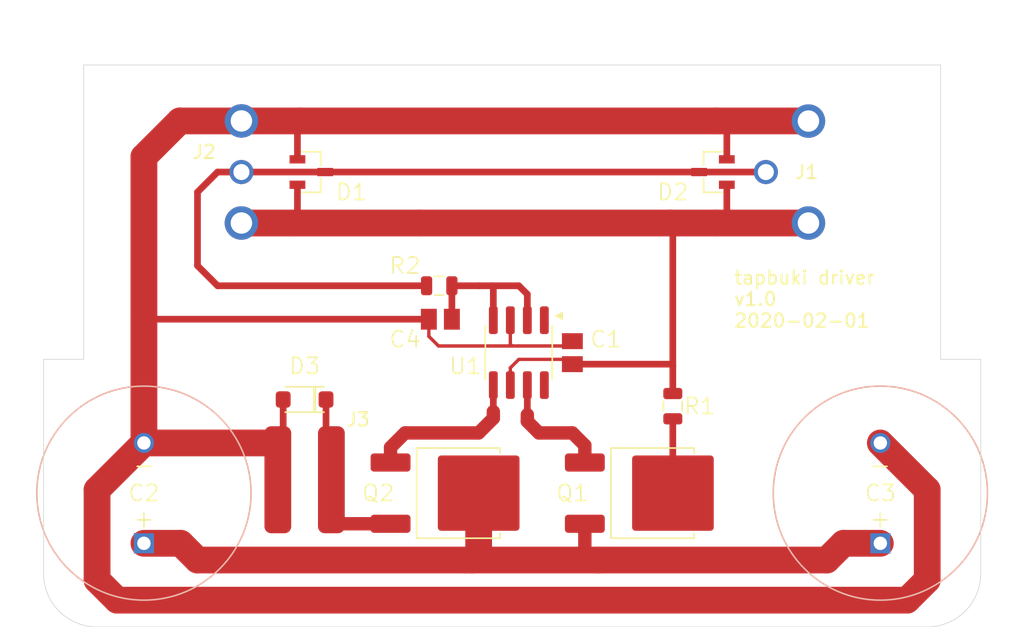
<source format=kicad_pcb>
(kicad_pcb (version 20171130) (host pcbnew "(5.1.4)-1")

  (general
    (thickness 1.6)
    (drawings 17)
    (tracks 95)
    (zones 0)
    (modules 15)
    (nets 11)
  )

  (page A4)
  (layers
    (0 F.Cu signal)
    (31 B.Cu signal)
    (32 B.Adhes user)
    (33 F.Adhes user)
    (34 B.Paste user)
    (35 F.Paste user)
    (36 B.SilkS user)
    (37 F.SilkS user)
    (38 B.Mask user)
    (39 F.Mask user)
    (40 Dwgs.User user)
    (41 Cmts.User user)
    (42 Eco1.User user hide)
    (43 Eco2.User user hide)
    (44 Edge.Cuts user)
    (45 Margin user)
    (46 B.CrtYd user hide)
    (47 F.CrtYd user hide)
    (48 B.Fab user hide)
    (49 F.Fab user hide)
  )

  (setup
    (last_trace_width 0.25)
    (user_trace_width 0.25)
    (user_trace_width 0.5)
    (user_trace_width 1)
    (user_trace_width 2)
    (user_trace_width 3)
    (user_trace_width 4)
    (trace_clearance 0.2)
    (zone_clearance 0.508)
    (zone_45_only no)
    (trace_min 0.2)
    (via_size 0.8)
    (via_drill 0.4)
    (via_min_size 0.4)
    (via_min_drill 0.3)
    (uvia_size 0.3)
    (uvia_drill 0.1)
    (uvias_allowed no)
    (uvia_min_size 0.2)
    (uvia_min_drill 0.1)
    (edge_width 0.05)
    (segment_width 0.2)
    (pcb_text_width 0.3)
    (pcb_text_size 1.5 1.5)
    (mod_edge_width 0.12)
    (mod_text_size 1 1)
    (mod_text_width 0.15)
    (pad_size 1.524 1.524)
    (pad_drill 0.762)
    (pad_to_mask_clearance 0.051)
    (solder_mask_min_width 0.25)
    (aux_axis_origin 100 50)
    (grid_origin 100 50)
    (visible_elements 7FFFFFFF)
    (pcbplotparams
      (layerselection 0x010fc_ffffffff)
      (usegerberextensions false)
      (usegerberattributes false)
      (usegerberadvancedattributes false)
      (creategerberjobfile false)
      (excludeedgelayer true)
      (linewidth 0.150000)
      (plotframeref false)
      (viasonmask false)
      (mode 1)
      (useauxorigin false)
      (hpglpennumber 1)
      (hpglpenspeed 20)
      (hpglpendiameter 15.000000)
      (psnegative false)
      (psa4output false)
      (plotreference true)
      (plotvalue true)
      (plotinvisibletext false)
      (padsonsilk false)
      (subtractmaskfromsilk false)
      (outputformat 1)
      (mirror false)
      (drillshape 1)
      (scaleselection 1)
      (outputdirectory ""))
  )

  (net 0 "")
  (net 1 GND)
  (net 2 +5VD)
  (net 3 "Net-(C2-Pad1)")
  (net 4 "Net-(D1-Pad3)")
  (net 5 "Net-(D3-PadC)")
  (net 6 "Net-(Q1-Pad3)")
  (net 7 "Net-(Q1-Pad1)")
  (net 8 "Net-(Q2-Pad1)")
  (net 9 "Net-(U1-Pad1)")
  (net 10 "Net-(C4-Pad2)")

  (net_class Default "This is the default net class."
    (clearance 0.2)
    (trace_width 0.25)
    (via_dia 0.8)
    (via_drill 0.4)
    (uvia_dia 0.3)
    (uvia_drill 0.1)
    (add_net +5VD)
    (add_net GND)
    (add_net "Net-(C2-Pad1)")
    (add_net "Net-(C4-Pad2)")
    (add_net "Net-(D1-Pad3)")
    (add_net "Net-(D3-PadC)")
    (add_net "Net-(Q1-Pad1)")
    (add_net "Net-(Q1-Pad3)")
    (add_net "Net-(Q2-Pad1)")
    (add_net "Net-(U1-Pad1)")
  )

  (module Kabuki:CAP0805 (layer F.Cu) (tedit 5E34BBBE) (tstamp 5E34B803)
    (at 129.64 69)
    (descr "Capacitor, Chip; 2.00 mm L X 1.25 mm W X 2.00 mm H body")
    (path /5E377176)
    (attr smd)
    (fp_text reference C4 (at -2.64 1.5) (layer F.SilkS)
      (effects (font (size 1.2 1.2) (thickness 0.12)))
    )
    (fp_text value capcer0805 (at 0 0) (layer F.Fab)
      (effects (font (size 1.2 1.2) (thickness 0.12)))
    )
    (fp_line (start 0 -0.35) (end 0 0.35) (layer F.CrtYd) (width 0.05))
    (fp_line (start 0.35 0) (end -0.35 0) (layer F.CrtYd) (width 0.05))
    (fp_circle (center 0 0) (end 0 0.25) (layer F.CrtYd) (width 0.05))
    (fp_line (start 1.66 0.98) (end -1.66 0.98) (layer F.CrtYd) (width 0.05))
    (fp_line (start 1.66 -0.98) (end 1.66 0.98) (layer F.CrtYd) (width 0.05))
    (fp_line (start -1.66 -0.98) (end 1.66 -0.98) (layer F.CrtYd) (width 0.05))
    (fp_line (start -1.66 0.98) (end -1.66 -0.98) (layer F.CrtYd) (width 0.05))
    (fp_line (start 1.15 0.78) (end -1.15 0.78) (layer F.Fab) (width 0.12))
    (fp_line (start 1.15 -0.78) (end 1.15 0.78) (layer F.Fab) (width 0.12))
    (fp_line (start -1.15 -0.78) (end 1.15 -0.78) (layer F.Fab) (width 0.12))
    (fp_line (start -1.15 0.78) (end -1.15 -0.78) (layer F.Fab) (width 0.12))
    (fp_line (start 1 0.625) (end -1 0.625) (layer Dwgs.User) (width 0.025))
    (fp_line (start 1 -0.625) (end 1 0.625) (layer Dwgs.User) (width 0.025))
    (fp_line (start -1 -0.625) (end 1 -0.625) (layer Dwgs.User) (width 0.025))
    (fp_line (start -1 0.625) (end -1 -0.625) (layer Dwgs.User) (width 0.025))
    (fp_line (start 1 0.625) (end 0.5 0.625) (layer Dwgs.User) (width 0.025))
    (fp_line (start 1 -0.625) (end 1 0.625) (layer Dwgs.User) (width 0.025))
    (fp_line (start 0.5 -0.625) (end 1 -0.625) (layer Dwgs.User) (width 0.025))
    (fp_line (start 0.5 0.625) (end 0.5 -0.625) (layer Dwgs.User) (width 0.025))
    (fp_line (start -1 -0.625) (end -0.5 -0.625) (layer Dwgs.User) (width 0.025))
    (fp_line (start -1 0.625) (end -1 -0.625) (layer Dwgs.User) (width 0.025))
    (fp_line (start -0.5 0.625) (end -1 0.625) (layer Dwgs.User) (width 0.025))
    (fp_line (start -0.5 -0.625) (end -0.5 0.625) (layer Dwgs.User) (width 0.025))
    (fp_text user %R (at 0 0) (layer F.Fab)
      (effects (font (size 1.07 1.07) (thickness 0.11)))
    )
    (pad 2 smd rect (at 0.86 0) (size 1.19 1.56) (layers F.Cu F.Paste F.Mask)
      (net 10 "Net-(C4-Pad2)"))
    (pad 1 smd rect (at -0.86 0) (size 1.19 1.56) (layers F.Cu F.Paste F.Mask)
      (net 1 GND))
    (model ${KIPRJMOD}/Kabuki.pretty/CAP0805.STEP
      (at (xyz 0 0 0))
      (scale (xyz 1 1 1))
      (rotate (xyz -90 0 0))
    )
  )

  (module Kabuki:Solenoide (layer F.Cu) (tedit 5E34275C) (tstamp 5E34B4AB)
    (at 121.5 81 180)
    (path /5E35469F)
    (fp_text reference J3 (at -2 4.5) (layer F.SilkS)
      (effects (font (size 1 1) (thickness 0.15)))
    )
    (fp_text value Solenoide (at 0 -5.4) (layer F.Fab)
      (effects (font (size 1 1) (thickness 0.15)))
    )
    (pad 2 smd roundrect (at 4 0 180) (size 2 8) (layers F.Cu F.Paste F.Mask) (roundrect_rratio 0.25)
      (net 1 GND))
    (pad 1 smd roundrect (at 0 0 180) (size 2 8) (layers F.Cu F.Paste F.Mask) (roundrect_rratio 0.25)
      (net 5 "Net-(D3-PadC)"))
  )

  (module Kabuki:SODFL_SS1FH6 (layer F.Cu) (tedit 5E34BC2C) (tstamp 5E340A9B)
    (at 119.5 75 180)
    (descr "Diode, Small Outline Diode Flat Lead (SODFL); 2.80 mm L X 1.80 mm W X 1.08 mm H body")
    (path /5E359D58)
    (attr smd)
    (fp_text reference D3 (at 0 2.5) (layer F.SilkS)
      (effects (font (size 1.2 1.2) (thickness 0.12)))
    )
    (fp_text value SS1FH6HM3 (at 0.25 2.25) (layer F.Fab)
      (effects (font (size 1.2 1.2) (thickness 0.12)))
    )
    (fp_line (start -0.7 -0.9) (end -0.7 0.9) (layer F.SilkS) (width 0.12))
    (fp_line (start -0.8 -0.9) (end -0.8 0.9) (layer F.SilkS) (width 0.12))
    (fp_line (start -1.6 0.76) (end -1.6 1.1) (layer F.CrtYd) (width 0.05))
    (fp_line (start -2.305 0.76) (end -1.6 0.76) (layer F.CrtYd) (width 0.05))
    (fp_line (start -2.305 -0.76) (end -2.305 0.76) (layer F.CrtYd) (width 0.05))
    (fp_line (start -1.6 -0.76) (end -2.305 -0.76) (layer F.CrtYd) (width 0.05))
    (fp_line (start -1.6 -1.1) (end -1.6 -0.76) (layer F.CrtYd) (width 0.05))
    (fp_line (start 1.6 -1.1) (end -1.6 -1.1) (layer F.CrtYd) (width 0.05))
    (fp_line (start 1.6 -0.76) (end 1.6 -1.1) (layer F.CrtYd) (width 0.05))
    (fp_line (start 2.305 -0.76) (end 1.6 -0.76) (layer F.CrtYd) (width 0.05))
    (fp_line (start 2.305 0.76) (end 2.305 -0.76) (layer F.CrtYd) (width 0.05))
    (fp_line (start 1.6 0.76) (end 2.305 0.76) (layer F.CrtYd) (width 0.05))
    (fp_line (start 1.6 1.1) (end 1.6 0.76) (layer F.CrtYd) (width 0.05))
    (fp_line (start -1.6 1.1) (end 1.6 1.1) (layer F.CrtYd) (width 0.05))
    (fp_line (start 0 -0.35) (end 0 0.35) (layer F.CrtYd) (width 0.05))
    (fp_line (start 0.35 0) (end -0.35 0) (layer F.CrtYd) (width 0.05))
    (fp_circle (center 0 0) (end 0 0.25) (layer F.CrtYd) (width 0.05))
    (fp_line (start -1.45 -0.95) (end 1.45 -0.95) (layer F.SilkS) (width 0.12))
    (fp_line (start 1.45 0.95) (end -1.45 0.95) (layer F.SilkS) (width 0.12))
    (fp_line (start 1.45 0.95) (end -1.45 0.95) (layer F.Fab) (width 0.12))
    (fp_line (start 1.45 -0.95) (end 1.45 0.95) (layer F.Fab) (width 0.12))
    (fp_line (start -1.45 -0.95) (end 1.45 -0.95) (layer F.Fab) (width 0.12))
    (fp_line (start -1.45 0.95) (end -1.45 -0.95) (layer F.Fab) (width 0.12))
    (fp_line (start 1.4 0.9) (end -1.4 0.9) (layer Dwgs.User) (width 0.025))
    (fp_line (start 1.4 -0.9) (end 1.4 0.9) (layer Dwgs.User) (width 0.025))
    (fp_line (start -1.4 -0.9) (end 1.4 -0.9) (layer Dwgs.User) (width 0.025))
    (fp_line (start -1.4 0.9) (end -1.4 -0.9) (layer Dwgs.User) (width 0.025))
    (fp_line (start 1.85 0.5) (end 1.25 0.5) (layer Dwgs.User) (width 0.025))
    (fp_line (start 1.85 -0.5) (end 1.85 0.5) (layer Dwgs.User) (width 0.025))
    (fp_line (start 1.25 -0.5) (end 1.85 -0.5) (layer Dwgs.User) (width 0.025))
    (fp_line (start 1.25 0.5) (end 1.25 -0.5) (layer Dwgs.User) (width 0.025))
    (fp_line (start -1.85 -0.5) (end -1.25 -0.5) (layer Dwgs.User) (width 0.025))
    (fp_line (start -1.85 0.5) (end -1.85 -0.5) (layer Dwgs.User) (width 0.025))
    (fp_line (start -1.25 0.5) (end -1.85 0.5) (layer Dwgs.User) (width 0.025))
    (fp_line (start -1.25 -0.5) (end -1.25 0.5) (layer Dwgs.User) (width 0.025))
    (fp_text user %R (at 0 -4.25) (layer F.Fab)
      (effects (font (size 1.42 1.42) (thickness 0.14)))
    )
    (pad A smd roundrect (at 1.6 0 180) (size 1.11 1.22) (layers F.Cu F.Paste F.Mask) (roundrect_rratio 0.2252)
      (net 1 GND))
    (pad C smd roundrect (at -1.6 0 180) (size 1.11 1.22) (layers F.Cu F.Paste F.Mask) (roundrect_rratio 0.2252)
      (net 5 "Net-(D3-PadC)"))
    (model ${KIPRJMOD}/Kabuki.pretty/SODFL_SS1FH6.STEP
      (at (xyz 0 0 0))
      (scale (xyz 1 1 1))
      (rotate (xyz -90 0 0))
    )
  )

  (module Kabuki:NC3MAHR locked (layer B.Cu) (tedit 5E34BE02) (tstamp 5E340AB4)
    (at 97 58 270)
    (path /5E341BCC)
    (fp_text reference J2 (at -1.5 -15) (layer F.SilkS)
      (effects (font (size 1 1) (thickness 0.15)))
    )
    (fp_text value NC3MAHR (at 0.9 7 270) (layer B.Fab)
      (effects (font (size 1 1) (thickness 0.15)) (justify mirror))
    )
    (fp_line (start 12.7 -5.08) (end 12.7 0) (layer Dwgs.User) (width 0.12))
    (fp_line (start 6.35 0) (end 6.35 -5.08) (layer Dwgs.User) (width 0.12))
    (fp_line (start 6.35 -5.08) (end 12.7 -5.08) (layer Dwgs.User) (width 0.12))
    (fp_line (start -12.8 0) (end 12.8 0) (layer Dwgs.User) (width 0.12))
    (pad "" np_thru_hole circle (at 0 -7 270) (size 1.2 1.2) (drill 1.2) (layers *.Cu *.Mask))
    (pad "" np_thru_hole circle (at 0 -12.7 270) (size 1.2 1.2) (drill 1.2) (layers *.Cu *.Mask))
    (pad 3 thru_hole circle (at 3.81 -17.78 270) (size 2.5 2.5) (drill 1.6) (layers *.Cu *.Mask)
      (net 2 +5VD))
    (pad 2 thru_hole circle (at 0 -17.78 270) (size 1.8 1.8) (drill 1.2) (layers *.Cu *.Mask)
      (net 4 "Net-(D1-Pad3)"))
    (pad 1 thru_hole circle (at -3.82 -17.78 270) (size 2.5 2.5) (drill 1.6) (layers *.Cu *.Mask)
      (net 1 GND))
    (model ${KIPRJMOD}/Kabuki.pretty/d-nc3mahr.stp
      (offset (xyz 0 0 11))
      (scale (xyz 1 1 1))
      (rotate (xyz 0 90 -90))
    )
  )

  (module Kabuki:SOIC8P127_IX44XX (layer F.Cu) (tedit 5E34BC63) (tstamp 5E340BA7)
    (at 135.5 71.5 180)
    (descr "Small Outline IC (SOIC), 1.27 mm pitch; 8 pin, 4.90 mm L X 3.90 mm W X 1.75 mm H body")
    (path /5E33C678)
    (attr smd)
    (fp_text reference U1 (at 4 -1) (layer F.SilkS)
      (effects (font (size 1.2 1.2) (thickness 0.12)))
    )
    (fp_text value IX4428N (at 0 0) (layer F.Fab)
      (effects (font (size 1.2 1.2) (thickness 0.12)))
    )
    (fp_poly (pts (xy -2.75 2.75) (xy -3.25 2.5) (xy -3.25 3)) (layer F.SilkS) (width 0.1))
    (fp_line (start 2.435 2.2) (end 2.7 2.2) (layer F.CrtYd) (width 0.05))
    (fp_line (start 2.435 3.66) (end 2.435 2.2) (layer F.CrtYd) (width 0.05))
    (fp_line (start -2.435 3.66) (end 2.435 3.66) (layer F.CrtYd) (width 0.05))
    (fp_line (start -2.435 2.2) (end -2.435 3.66) (layer F.CrtYd) (width 0.05))
    (fp_line (start -2.7 2.2) (end -2.435 2.2) (layer F.CrtYd) (width 0.05))
    (fp_line (start -2.7 -2.2) (end -2.7 2.2) (layer F.CrtYd) (width 0.05))
    (fp_line (start -2.435 -2.2) (end -2.7 -2.2) (layer F.CrtYd) (width 0.05))
    (fp_line (start -2.435 -3.66) (end -2.435 -2.2) (layer F.CrtYd) (width 0.05))
    (fp_line (start 2.435 -3.66) (end -2.435 -3.66) (layer F.CrtYd) (width 0.05))
    (fp_line (start 2.435 -2.2) (end 2.435 -3.66) (layer F.CrtYd) (width 0.05))
    (fp_line (start 2.7 -2.2) (end 2.435 -2.2) (layer F.CrtYd) (width 0.05))
    (fp_line (start 2.7 2.2) (end 2.7 -2.2) (layer F.CrtYd) (width 0.05))
    (fp_line (start 2.5 2) (end 2.5 -2) (layer F.SilkS) (width 0.12))
    (fp_line (start -2.5 2) (end -2.5 -2) (layer F.SilkS) (width 0.12))
    (fp_line (start -0.35 0) (end 0.35 0) (layer F.CrtYd) (width 0.05))
    (fp_line (start 0 -0.35) (end 0 0.35) (layer F.CrtYd) (width 0.05))
    (fp_circle (center 0 0) (end 0 0.25) (layer F.CrtYd) (width 0.05))
    (fp_line (start 2.5 2) (end -2.5 2) (layer F.Fab) (width 0.12))
    (fp_line (start 2.5 -2) (end 2.5 2) (layer F.Fab) (width 0.12))
    (fp_line (start -2.5 -2) (end 2.5 -2) (layer F.Fab) (width 0.12))
    (fp_line (start -2.5 2) (end -2.5 -2) (layer F.Fab) (width 0.12))
    (fp_line (start 2.45 1.95) (end -2.45 1.95) (layer Dwgs.User) (width 0.025))
    (fp_line (start 2.45 -1.95) (end 2.45 1.95) (layer Dwgs.User) (width 0.025))
    (fp_line (start -2.45 -1.95) (end 2.45 -1.95) (layer Dwgs.User) (width 0.025))
    (fp_line (start -2.45 1.95) (end -2.45 -1.95) (layer Dwgs.User) (width 0.025))
    (fp_line (start -1.7 -3) (end -1.7 -2.165) (layer Dwgs.User) (width 0.025))
    (fp_line (start -2.11 -3) (end -1.7 -3) (layer Dwgs.User) (width 0.025))
    (fp_line (start -2.11 -2.165) (end -2.11 -3) (layer Dwgs.User) (width 0.025))
    (fp_line (start -1.7 -2.165) (end -2.11 -2.165) (layer Dwgs.User) (width 0.025))
    (fp_line (start -0.43 -3) (end -0.43 -2.165) (layer Dwgs.User) (width 0.025))
    (fp_line (start -0.84 -3) (end -0.43 -3) (layer Dwgs.User) (width 0.025))
    (fp_line (start -0.84 -2.165) (end -0.84 -3) (layer Dwgs.User) (width 0.025))
    (fp_line (start -0.43 -2.165) (end -0.84 -2.165) (layer Dwgs.User) (width 0.025))
    (fp_line (start 0.84 -3) (end 0.84 -2.165) (layer Dwgs.User) (width 0.025))
    (fp_line (start 0.43 -3) (end 0.84 -3) (layer Dwgs.User) (width 0.025))
    (fp_line (start 0.43 -2.165) (end 0.43 -3) (layer Dwgs.User) (width 0.025))
    (fp_line (start 0.84 -2.165) (end 0.43 -2.165) (layer Dwgs.User) (width 0.025))
    (fp_line (start 2.11 -3) (end 2.11 -2.165) (layer Dwgs.User) (width 0.025))
    (fp_line (start 1.7 -3) (end 2.11 -3) (layer Dwgs.User) (width 0.025))
    (fp_line (start 1.7 -2.165) (end 1.7 -3) (layer Dwgs.User) (width 0.025))
    (fp_line (start 2.11 -2.165) (end 1.7 -2.165) (layer Dwgs.User) (width 0.025))
    (fp_line (start 1.7 3) (end 1.7 2.165) (layer Dwgs.User) (width 0.025))
    (fp_line (start 2.11 3) (end 1.7 3) (layer Dwgs.User) (width 0.025))
    (fp_line (start 2.11 2.165) (end 2.11 3) (layer Dwgs.User) (width 0.025))
    (fp_line (start 1.7 2.165) (end 2.11 2.165) (layer Dwgs.User) (width 0.025))
    (fp_line (start 0.43 3) (end 0.43 2.165) (layer Dwgs.User) (width 0.025))
    (fp_line (start 0.84 3) (end 0.43 3) (layer Dwgs.User) (width 0.025))
    (fp_line (start 0.84 2.165) (end 0.84 3) (layer Dwgs.User) (width 0.025))
    (fp_line (start 0.43 2.165) (end 0.84 2.165) (layer Dwgs.User) (width 0.025))
    (fp_line (start -0.84 3) (end -0.84 2.165) (layer Dwgs.User) (width 0.025))
    (fp_line (start -0.43 3) (end -0.84 3) (layer Dwgs.User) (width 0.025))
    (fp_line (start -0.43 2.165) (end -0.43 3) (layer Dwgs.User) (width 0.025))
    (fp_line (start -0.84 2.165) (end -0.43 2.165) (layer Dwgs.User) (width 0.025))
    (fp_line (start -2.11 3) (end -2.11 2.165) (layer Dwgs.User) (width 0.025))
    (fp_line (start -1.7 3) (end -2.11 3) (layer Dwgs.User) (width 0.025))
    (fp_line (start -1.7 2.165) (end -1.7 3) (layer Dwgs.User) (width 0.025))
    (fp_line (start -2.11 2.165) (end -1.7 2.165) (layer Dwgs.User) (width 0.025))
    (fp_text user %R (at 0 0) (layer F.Fab)
      (effects (font (size 2 2) (thickness 0.2)))
    )
    (pad 8 smd roundrect (at -1.905 -2.425 270) (size 2.07 0.66) (layers F.Cu F.Paste F.Mask) (roundrect_rratio 0.2576)
      (net 9 "Net-(U1-Pad1)"))
    (pad 7 smd roundrect (at -0.635 -2.425 270) (size 2.07 0.66) (layers F.Cu F.Paste F.Mask) (roundrect_rratio 0.2576)
      (net 7 "Net-(Q1-Pad1)"))
    (pad 6 smd roundrect (at 0.635 -2.425 270) (size 2.07 0.66) (layers F.Cu F.Paste F.Mask) (roundrect_rratio 0.2576)
      (net 2 +5VD))
    (pad 5 smd roundrect (at 1.905 -2.425 270) (size 2.07 0.66) (layers F.Cu F.Paste F.Mask) (roundrect_rratio 0.2576)
      (net 8 "Net-(Q2-Pad1)"))
    (pad 4 smd roundrect (at 1.905 2.425 270) (size 2.07 0.66) (layers F.Cu F.Paste F.Mask) (roundrect_rratio 0.2576)
      (net 10 "Net-(C4-Pad2)"))
    (pad 3 smd roundrect (at 0.635 2.425 270) (size 2.07 0.66) (layers F.Cu F.Paste F.Mask) (roundrect_rratio 0.2576)
      (net 1 GND))
    (pad 2 smd roundrect (at -0.635 2.425 270) (size 2.07 0.66) (layers F.Cu F.Paste F.Mask) (roundrect_rratio 0.2576)
      (net 10 "Net-(C4-Pad2)"))
    (pad 1 smd roundrect (at -1.905 2.425 270) (size 2.07 0.66) (layers F.Cu F.Paste F.Mask) (roundrect_rratio 0.2576)
      (net 9 "Net-(U1-Pad1)"))
    (model ${KIPRJMOD}/Kabuki.pretty/SOIC8P127_IX44XX.STEP
      (at (xyz 0 0 0))
      (scale (xyz 1 1 1))
      (rotate (xyz -90 0 0))
    )
  )

  (module Kabuki:RES0805 (layer F.Cu) (tedit 5E34BB6B) (tstamp 5E340B60)
    (at 129.555 66.5 180)
    (descr "Resistor, Chip; 2.00 mm L X 1.25 mm W X 0.50 mm H body")
    (path /5E33D5D9)
    (attr smd)
    (fp_text reference R2 (at 2.555 1.5) (layer F.SilkS)
      (effects (font (size 1.2 1.2) (thickness 0.12)))
    )
    (fp_text value 1k (at 0 0) (layer F.Fab)
      (effects (font (size 1.2 1.2) (thickness 0.12)))
    )
    (fp_line (start 0 -0.35) (end 0 0.35) (layer F.CrtYd) (width 0.05))
    (fp_line (start 0.35 0) (end -0.35 0) (layer F.CrtYd) (width 0.05))
    (fp_circle (center 0 0) (end 0 0.25) (layer F.CrtYd) (width 0.05))
    (fp_line (start 1.57 0.91) (end -1.57 0.91) (layer F.CrtYd) (width 0.05))
    (fp_line (start 1.57 -0.91) (end 1.57 0.91) (layer F.CrtYd) (width 0.05))
    (fp_line (start -1.57 -0.91) (end 1.57 -0.91) (layer F.CrtYd) (width 0.05))
    (fp_line (start -1.57 0.91) (end -1.57 -0.91) (layer F.CrtYd) (width 0.05))
    (fp_line (start -0.345 0.7) (end 0.345 0.7) (layer F.SilkS) (width 0.12))
    (fp_line (start -0.345 -0.7) (end 0.345 -0.7) (layer F.SilkS) (width 0.12))
    (fp_line (start 1.05 0.7) (end -1.05 0.7) (layer F.Fab) (width 0.12))
    (fp_line (start 1.05 -0.7) (end 1.05 0.7) (layer F.Fab) (width 0.12))
    (fp_line (start -1.05 -0.7) (end 1.05 -0.7) (layer F.Fab) (width 0.12))
    (fp_line (start -1.05 0.7) (end -1.05 -0.7) (layer F.Fab) (width 0.12))
    (fp_line (start 1 0.625) (end -1 0.625) (layer Dwgs.User) (width 0.025))
    (fp_line (start 1 -0.625) (end 1 0.625) (layer Dwgs.User) (width 0.025))
    (fp_line (start -1 -0.625) (end 1 -0.625) (layer Dwgs.User) (width 0.025))
    (fp_line (start -1 0.625) (end -1 -0.625) (layer Dwgs.User) (width 0.025))
    (fp_line (start 1 0.625) (end 0.65 0.625) (layer Dwgs.User) (width 0.025))
    (fp_line (start 1 -0.625) (end 1 0.625) (layer Dwgs.User) (width 0.025))
    (fp_line (start 0.65 -0.625) (end 1 -0.625) (layer Dwgs.User) (width 0.025))
    (fp_line (start 0.65 0.625) (end 0.65 -0.625) (layer Dwgs.User) (width 0.025))
    (fp_line (start -1 -0.625) (end -0.65 -0.625) (layer Dwgs.User) (width 0.025))
    (fp_line (start -1 0.625) (end -1 -0.625) (layer Dwgs.User) (width 0.025))
    (fp_line (start -0.65 0.625) (end -1 0.625) (layer Dwgs.User) (width 0.025))
    (fp_line (start -0.65 -0.625) (end -0.65 0.625) (layer Dwgs.User) (width 0.025))
    (fp_text user %R (at 0 0) (layer F.Fab)
      (effects (font (size 0.92 0.92) (thickness 0.09)))
    )
    (pad 2 smd roundrect (at 0.945 0 180) (size 0.84 1.42) (layers F.Cu F.Paste F.Mask) (roundrect_rratio 0.25)
      (net 4 "Net-(D1-Pad3)"))
    (pad 1 smd roundrect (at -0.945 0 180) (size 0.84 1.42) (layers F.Cu F.Paste F.Mask) (roundrect_rratio 0.25)
      (net 10 "Net-(C4-Pad2)"))
    (model ${KIPRJMOD}/Kabuki.pretty/RES0805.STEP
      (at (xyz 0 0 0))
      (scale (xyz 1 1 1))
      (rotate (xyz -90 0 0))
    )
  )

  (module Kabuki:RES0805 (layer F.Cu) (tedit 5E34BB6B) (tstamp 5E34C0EA)
    (at 147 75.5 270)
    (descr "Resistor, Chip; 2.00 mm L X 1.25 mm W X 0.50 mm H body")
    (path /5E33F788)
    (attr smd)
    (fp_text reference R1 (at 0 -2 180) (layer F.SilkS)
      (effects (font (size 1.2 1.2) (thickness 0.12)))
    )
    (fp_text value 220 (at 0 0 90) (layer F.Fab)
      (effects (font (size 1.2 1.2) (thickness 0.12)))
    )
    (fp_line (start 0 -0.35) (end 0 0.35) (layer F.CrtYd) (width 0.05))
    (fp_line (start 0.35 0) (end -0.35 0) (layer F.CrtYd) (width 0.05))
    (fp_circle (center 0 0) (end 0 0.25) (layer F.CrtYd) (width 0.05))
    (fp_line (start 1.57 0.91) (end -1.57 0.91) (layer F.CrtYd) (width 0.05))
    (fp_line (start 1.57 -0.91) (end 1.57 0.91) (layer F.CrtYd) (width 0.05))
    (fp_line (start -1.57 -0.91) (end 1.57 -0.91) (layer F.CrtYd) (width 0.05))
    (fp_line (start -1.57 0.91) (end -1.57 -0.91) (layer F.CrtYd) (width 0.05))
    (fp_line (start -0.345 0.7) (end 0.345 0.7) (layer F.SilkS) (width 0.12))
    (fp_line (start -0.345 -0.7) (end 0.345 -0.7) (layer F.SilkS) (width 0.12))
    (fp_line (start 1.05 0.7) (end -1.05 0.7) (layer F.Fab) (width 0.12))
    (fp_line (start 1.05 -0.7) (end 1.05 0.7) (layer F.Fab) (width 0.12))
    (fp_line (start -1.05 -0.7) (end 1.05 -0.7) (layer F.Fab) (width 0.12))
    (fp_line (start -1.05 0.7) (end -1.05 -0.7) (layer F.Fab) (width 0.12))
    (fp_line (start 1 0.625) (end -1 0.625) (layer Dwgs.User) (width 0.025))
    (fp_line (start 1 -0.625) (end 1 0.625) (layer Dwgs.User) (width 0.025))
    (fp_line (start -1 -0.625) (end 1 -0.625) (layer Dwgs.User) (width 0.025))
    (fp_line (start -1 0.625) (end -1 -0.625) (layer Dwgs.User) (width 0.025))
    (fp_line (start 1 0.625) (end 0.65 0.625) (layer Dwgs.User) (width 0.025))
    (fp_line (start 1 -0.625) (end 1 0.625) (layer Dwgs.User) (width 0.025))
    (fp_line (start 0.65 -0.625) (end 1 -0.625) (layer Dwgs.User) (width 0.025))
    (fp_line (start 0.65 0.625) (end 0.65 -0.625) (layer Dwgs.User) (width 0.025))
    (fp_line (start -1 -0.625) (end -0.65 -0.625) (layer Dwgs.User) (width 0.025))
    (fp_line (start -1 0.625) (end -1 -0.625) (layer Dwgs.User) (width 0.025))
    (fp_line (start -0.65 0.625) (end -1 0.625) (layer Dwgs.User) (width 0.025))
    (fp_line (start -0.65 -0.625) (end -0.65 0.625) (layer Dwgs.User) (width 0.025))
    (fp_text user %R (at 0 0 90) (layer F.Fab)
      (effects (font (size 0.92 0.92) (thickness 0.09)))
    )
    (pad 2 smd roundrect (at 0.945 0 270) (size 0.84 1.42) (layers F.Cu F.Paste F.Mask) (roundrect_rratio 0.25)
      (net 6 "Net-(Q1-Pad3)"))
    (pad 1 smd roundrect (at -0.945 0 270) (size 0.84 1.42) (layers F.Cu F.Paste F.Mask) (roundrect_rratio 0.25)
      (net 2 +5VD))
    (model ${KIPRJMOD}/Kabuki.pretty/RES0805.STEP
      (at (xyz 0 0 0))
      (scale (xyz 1 1 1))
      (rotate (xyz -90 0 0))
    )
  )

  (module Kabuki:DPAK4P229_FQD18N20V2 (layer F.Cu) (tedit 5E34BC05) (tstamp 5E340B20)
    (at 129.99 82 270)
    (descr "DPAK, 2.29 mm pitch; 2 pin, 6.095 mm L X 6.54 mm W X 2.39 mm H body")
    (path /5E33B26D)
    (attr smd)
    (fp_text reference Q2 (at 0 4.99) (layer F.SilkS)
      (effects (font (size 1.2 1.2) (thickness 0.12)))
    )
    (fp_text value FQD18N20V2TM (at 0 0 90) (layer F.Fab)
      (effects (font (size 1.2 1.2) (thickness 0.12)))
    )
    (fp_line (start 3.17 2.33) (end 3.57 2.33) (layer F.CrtYd) (width 0.05))
    (fp_line (start 3.17 5.76) (end 3.17 2.33) (layer F.CrtYd) (width 0.05))
    (fp_line (start -3.17 5.76) (end 3.17 5.76) (layer F.CrtYd) (width 0.05))
    (fp_line (start -3.17 2.33) (end -3.17 5.76) (layer F.CrtYd) (width 0.05))
    (fp_line (start -3.57 2.33) (end -3.17 2.33) (layer F.CrtYd) (width 0.05))
    (fp_line (start -3.57 -4.3) (end -3.57 2.33) (layer F.CrtYd) (width 0.05))
    (fp_line (start -3.015 -4.3) (end -3.57 -4.3) (layer F.CrtYd) (width 0.05))
    (fp_line (start -3.015 -5.76) (end -3.015 -4.3) (layer F.CrtYd) (width 0.05))
    (fp_line (start 3.015 -5.76) (end -3.015 -5.76) (layer F.CrtYd) (width 0.05))
    (fp_line (start 3.015 -4.3) (end 3.015 -5.76) (layer F.CrtYd) (width 0.05))
    (fp_line (start 3.57 -4.3) (end 3.015 -4.3) (layer F.CrtYd) (width 0.05))
    (fp_line (start 3.57 2.33) (end 3.57 -4.3) (layer F.CrtYd) (width 0.05))
    (fp_line (start 3.37 -4.0975) (end 3.37 2.1225) (layer F.Fab) (width 0.12))
    (fp_line (start -3.37 -4.0975) (end 3.37 -4.0975) (layer F.Fab) (width 0.12))
    (fp_line (start -3.37 2.1225) (end -3.37 -4.0975) (layer F.Fab) (width 0.12))
    (fp_line (start 3.37 2.1225) (end -3.37 2.1225) (layer F.Fab) (width 0.12))
    (fp_line (start -3.37 -4.0975) (end -2.995 -4.0975) (layer F.SilkS) (width 0.12))
    (fp_line (start -3.37 2.1225) (end -3.37 -4.0975) (layer F.SilkS) (width 0.12))
    (fp_line (start 3.37 2.1225) (end -3.37 2.1225) (layer F.SilkS) (width 0.12))
    (fp_line (start 3.37 -4.0975) (end 3.37 2.1225) (layer F.SilkS) (width 0.12))
    (fp_line (start -0.35 0) (end 0.35 0) (layer F.CrtYd) (width 0.05))
    (fp_line (start 0 -0.35) (end 0 0.35) (layer F.CrtYd) (width 0.05))
    (fp_circle (center 0 0) (end 0 0.25) (layer F.CrtYd) (width 0.05))
    (fp_line (start 2.995 -4.0975) (end 3.37 -4.0975) (layer F.SilkS) (width 0.12))
    (fp_line (start 3.27 2.06) (end -3.27 2.06) (layer Dwgs.User) (width 0.025))
    (fp_line (start 3.27 -4.035) (end 3.27 2.06) (layer Dwgs.User) (width 0.025))
    (fp_line (start -3.27 -4.035) (end 3.27 -4.035) (layer Dwgs.User) (width 0.025))
    (fp_line (start -3.27 2.06) (end -3.27 -4.035) (layer Dwgs.User) (width 0.025))
    (fp_line (start 2.73 -4.9525) (end 2.73 0.2575) (layer Dwgs.User) (width 0.025))
    (fp_line (start -2.73 -4.9525) (end 2.73 -4.9525) (layer Dwgs.User) (width 0.025))
    (fp_line (start -2.73 0.2575) (end -2.73 -4.9525) (layer Dwgs.User) (width 0.025))
    (fp_line (start 2.73 0.2575) (end -2.73 0.2575) (layer Dwgs.User) (width 0.025))
    (fp_line (start 1.815 4.9525) (end 1.815 3.3625) (layer Dwgs.User) (width 0.025))
    (fp_line (start 2.765 4.9525) (end 1.815 4.9525) (layer Dwgs.User) (width 0.025))
    (fp_line (start 2.765 3.3625) (end 2.765 4.9525) (layer Dwgs.User) (width 0.025))
    (fp_line (start 1.815 3.3625) (end 2.765 3.3625) (layer Dwgs.User) (width 0.025))
    (fp_line (start -2.765 4.9525) (end -2.765 3.3625) (layer Dwgs.User) (width 0.025))
    (fp_line (start -1.815 4.9525) (end -2.765 4.9525) (layer Dwgs.User) (width 0.025))
    (fp_line (start -1.815 3.3625) (end -1.815 4.9525) (layer Dwgs.User) (width 0.025))
    (fp_line (start -2.765 3.3625) (end -1.815 3.3625) (layer Dwgs.User) (width 0.025))
    (fp_text user %R (at 0 0 90) (layer F.Fab)
      (effects (font (size 2 2) (thickness 0.2)))
    )
    (pad "" smd rect (at -1.405 -4.55) (size 1.44 1.92) (layers F.Paste))
    (pad "" smd rect (at -1.405 -2.51) (size 1.44 1.92) (layers F.Paste))
    (pad "" smd rect (at -1.405 -0.47) (size 1.44 1.92) (layers F.Paste))
    (pad "" smd rect (at 1.405 -4.55) (size 1.44 1.92) (layers F.Paste))
    (pad "" smd rect (at 1.405 -2.51) (size 1.44 1.92) (layers F.Paste))
    (pad "" smd rect (at 1.405 -0.47) (size 1.44 1.92) (layers F.Paste))
    (pad 3 smd roundrect (at 0 -2.51) (size 6.1 5.63) (layers F.Cu F.Mask) (roundrect_rratio 0.0444)
      (net 3 "Net-(C2-Pad1)"))
    (pad 2 smd roundrect (at 2.29 4.07) (size 2.98 1.36) (layers F.Cu F.Paste F.Mask) (roundrect_rratio 0.1838)
      (net 5 "Net-(D3-PadC)"))
    (pad 1 smd roundrect (at -2.29 4.07) (size 2.98 1.36) (layers F.Cu F.Paste F.Mask) (roundrect_rratio 0.1838)
      (net 8 "Net-(Q2-Pad1)"))
    (model ${KIPRJMOD}/Kabuki.pretty/DPAK4P229_FQD18N20V2.STEP
      (at (xyz 0 0 0))
      (scale (xyz 1 1 1))
      (rotate (xyz -90 0 0))
    )
  )

  (module Kabuki:DPAK4P229_FQD18N20V2 (layer F.Cu) (tedit 5E34BC05) (tstamp 5E34A900)
    (at 144.5 82 270)
    (descr "DPAK, 2.29 mm pitch; 2 pin, 6.095 mm L X 6.54 mm W X 2.39 mm H body")
    (path /5E33A4F3)
    (attr smd)
    (fp_text reference Q1 (at 0 5 180) (layer F.SilkS)
      (effects (font (size 1.2 1.2) (thickness 0.12)))
    )
    (fp_text value FQD18N20V2TM (at 0 0 90) (layer F.Fab)
      (effects (font (size 1.2 1.2) (thickness 0.12)))
    )
    (fp_line (start 3.17 2.33) (end 3.57 2.33) (layer F.CrtYd) (width 0.05))
    (fp_line (start 3.17 5.76) (end 3.17 2.33) (layer F.CrtYd) (width 0.05))
    (fp_line (start -3.17 5.76) (end 3.17 5.76) (layer F.CrtYd) (width 0.05))
    (fp_line (start -3.17 2.33) (end -3.17 5.76) (layer F.CrtYd) (width 0.05))
    (fp_line (start -3.57 2.33) (end -3.17 2.33) (layer F.CrtYd) (width 0.05))
    (fp_line (start -3.57 -4.3) (end -3.57 2.33) (layer F.CrtYd) (width 0.05))
    (fp_line (start -3.015 -4.3) (end -3.57 -4.3) (layer F.CrtYd) (width 0.05))
    (fp_line (start -3.015 -5.76) (end -3.015 -4.3) (layer F.CrtYd) (width 0.05))
    (fp_line (start 3.015 -5.76) (end -3.015 -5.76) (layer F.CrtYd) (width 0.05))
    (fp_line (start 3.015 -4.3) (end 3.015 -5.76) (layer F.CrtYd) (width 0.05))
    (fp_line (start 3.57 -4.3) (end 3.015 -4.3) (layer F.CrtYd) (width 0.05))
    (fp_line (start 3.57 2.33) (end 3.57 -4.3) (layer F.CrtYd) (width 0.05))
    (fp_line (start 3.37 -4.0975) (end 3.37 2.1225) (layer F.Fab) (width 0.12))
    (fp_line (start -3.37 -4.0975) (end 3.37 -4.0975) (layer F.Fab) (width 0.12))
    (fp_line (start -3.37 2.1225) (end -3.37 -4.0975) (layer F.Fab) (width 0.12))
    (fp_line (start 3.37 2.1225) (end -3.37 2.1225) (layer F.Fab) (width 0.12))
    (fp_line (start -3.37 -4.0975) (end -2.995 -4.0975) (layer F.SilkS) (width 0.12))
    (fp_line (start -3.37 2.1225) (end -3.37 -4.0975) (layer F.SilkS) (width 0.12))
    (fp_line (start 3.37 2.1225) (end -3.37 2.1225) (layer F.SilkS) (width 0.12))
    (fp_line (start 3.37 -4.0975) (end 3.37 2.1225) (layer F.SilkS) (width 0.12))
    (fp_line (start -0.35 0) (end 0.35 0) (layer F.CrtYd) (width 0.05))
    (fp_line (start 0 -0.35) (end 0 0.35) (layer F.CrtYd) (width 0.05))
    (fp_circle (center 0 0) (end 0 0.25) (layer F.CrtYd) (width 0.05))
    (fp_line (start 2.995 -4.0975) (end 3.37 -4.0975) (layer F.SilkS) (width 0.12))
    (fp_line (start 3.27 2.06) (end -3.27 2.06) (layer Dwgs.User) (width 0.025))
    (fp_line (start 3.27 -4.035) (end 3.27 2.06) (layer Dwgs.User) (width 0.025))
    (fp_line (start -3.27 -4.035) (end 3.27 -4.035) (layer Dwgs.User) (width 0.025))
    (fp_line (start -3.27 2.06) (end -3.27 -4.035) (layer Dwgs.User) (width 0.025))
    (fp_line (start 2.73 -4.9525) (end 2.73 0.2575) (layer Dwgs.User) (width 0.025))
    (fp_line (start -2.73 -4.9525) (end 2.73 -4.9525) (layer Dwgs.User) (width 0.025))
    (fp_line (start -2.73 0.2575) (end -2.73 -4.9525) (layer Dwgs.User) (width 0.025))
    (fp_line (start 2.73 0.2575) (end -2.73 0.2575) (layer Dwgs.User) (width 0.025))
    (fp_line (start 1.815 4.9525) (end 1.815 3.3625) (layer Dwgs.User) (width 0.025))
    (fp_line (start 2.765 4.9525) (end 1.815 4.9525) (layer Dwgs.User) (width 0.025))
    (fp_line (start 2.765 3.3625) (end 2.765 4.9525) (layer Dwgs.User) (width 0.025))
    (fp_line (start 1.815 3.3625) (end 2.765 3.3625) (layer Dwgs.User) (width 0.025))
    (fp_line (start -2.765 4.9525) (end -2.765 3.3625) (layer Dwgs.User) (width 0.025))
    (fp_line (start -1.815 4.9525) (end -2.765 4.9525) (layer Dwgs.User) (width 0.025))
    (fp_line (start -1.815 3.3625) (end -1.815 4.9525) (layer Dwgs.User) (width 0.025))
    (fp_line (start -2.765 3.3625) (end -1.815 3.3625) (layer Dwgs.User) (width 0.025))
    (fp_text user %R (at 0 0 90) (layer F.Fab)
      (effects (font (size 2 2) (thickness 0.2)))
    )
    (pad "" smd rect (at -1.405 -4.55) (size 1.44 1.92) (layers F.Paste))
    (pad "" smd rect (at -1.405 -2.51) (size 1.44 1.92) (layers F.Paste))
    (pad "" smd rect (at -1.405 -0.47) (size 1.44 1.92) (layers F.Paste))
    (pad "" smd rect (at 1.405 -4.55) (size 1.44 1.92) (layers F.Paste))
    (pad "" smd rect (at 1.405 -2.51) (size 1.44 1.92) (layers F.Paste))
    (pad "" smd rect (at 1.405 -0.47) (size 1.44 1.92) (layers F.Paste))
    (pad 3 smd roundrect (at 0 -2.51) (size 6.1 5.63) (layers F.Cu F.Mask) (roundrect_rratio 0.0444)
      (net 6 "Net-(Q1-Pad3)"))
    (pad 2 smd roundrect (at 2.29 4.07) (size 2.98 1.36) (layers F.Cu F.Paste F.Mask) (roundrect_rratio 0.1838)
      (net 3 "Net-(C2-Pad1)"))
    (pad 1 smd roundrect (at -2.29 4.07) (size 2.98 1.36) (layers F.Cu F.Paste F.Mask) (roundrect_rratio 0.1838)
      (net 7 "Net-(Q1-Pad1)"))
    (model ${KIPRJMOD}/Kabuki.pretty/DPAK4P229_FQD18N20V2.STEP
      (at (xyz 0 0 0))
      (scale (xyz 1 1 1))
      (rotate (xyz -90 0 0))
    )
  )

  (module Kabuki:NC3FAHL1 locked (layer B.Cu) (tedit 5E34BDBA) (tstamp 5E34D548)
    (at 173 58 90)
    (path /5E340FC8)
    (fp_text reference J1 (at 0 -16 180) (layer F.SilkS)
      (effects (font (size 1 1) (thickness 0.15)))
    )
    (fp_text value NC3FAHL1 (at 0 4.7 270) (layer B.Fab)
      (effects (font (size 1 1) (thickness 0.15)) (justify mirror))
    )
    (fp_line (start 12.7 -5.08) (end 12.7 0) (layer Dwgs.User) (width 0.12))
    (fp_line (start 6.35 -5.08) (end 12.7 -5.08) (layer Dwgs.User) (width 0.12))
    (fp_line (start 6.35 0) (end 6.35 -5.08) (layer Dwgs.User) (width 0.12))
    (fp_line (start -12.8 0) (end 12.8 0) (layer Dwgs.User) (width 0.12))
    (pad 3 thru_hole circle (at -3.81 -15.87 90) (size 2.5 2.5) (drill 1.6) (layers *.Cu *.Mask)
      (net 2 +5VD))
    (pad "" np_thru_hole circle (at -5.71 -8.26 90) (size 1.2 1.2) (drill 1.2) (layers *.Cu *.Mask))
    (pad 1 thru_hole circle (at 3.81 -15.87 90) (size 2.5 2.5) (drill 1.6) (layers *.Cu *.Mask)
      (net 1 GND))
    (pad 2 thru_hole circle (at 0 -19.05 90) (size 1.8 1.8) (drill 1.2) (layers *.Cu *.Mask)
      (net 4 "Net-(D1-Pad3)"))
    (model ${KIPRJMOD}/Kabuki.pretty/nc3fahl1-1.stp
      (offset (xyz 0 0 11))
      (scale (xyz 1 1 1))
      (rotate (xyz 0 -90 90))
    )
  )

  (module Kabuki:SOT23-3P95_MMBZxxxALT1G (layer F.Cu) (tedit 5E34BC7A) (tstamp 5E340A71)
    (at 150 58 90)
    (descr "Small Outline Transistor (SOT23), 0.95 mm pitch; 3 pin, 2.92 mm L X 1.30 mm W X 1.11 mm H body")
    (path /5E346A97)
    (attr smd)
    (fp_text reference D2 (at -1.5 -3 180) (layer F.SilkS)
      (effects (font (size 1.2 1.2) (thickness 0.12)))
    )
    (fp_text value MMBZxxxALT1G (at 0 0 90) (layer F.Fab)
      (effects (font (size 1.2 1.2) (thickness 0.12)))
    )
    (fp_line (start 1.46 0.9) (end 1.72 0.9) (layer F.CrtYd) (width 0.05))
    (fp_line (start 1.46 1.825) (end 1.46 0.9) (layer F.CrtYd) (width 0.05))
    (fp_line (start -1.46 1.825) (end 1.46 1.825) (layer F.CrtYd) (width 0.05))
    (fp_line (start -1.46 0.9) (end -1.46 1.825) (layer F.CrtYd) (width 0.05))
    (fp_line (start -1.72 0.9) (end -1.46 0.9) (layer F.CrtYd) (width 0.05))
    (fp_line (start -1.72 -0.9) (end -1.72 0.9) (layer F.CrtYd) (width 0.05))
    (fp_line (start -0.51 -0.9) (end -1.72 -0.9) (layer F.CrtYd) (width 0.05))
    (fp_line (start -0.51 -1.825) (end -0.51 -0.9) (layer F.CrtYd) (width 0.05))
    (fp_line (start 0.51 -1.825) (end -0.51 -1.825) (layer F.CrtYd) (width 0.05))
    (fp_line (start 0.51 -0.9) (end 0.51 -1.825) (layer F.CrtYd) (width 0.05))
    (fp_line (start 1.72 -0.9) (end 0.51 -0.9) (layer F.CrtYd) (width 0.05))
    (fp_line (start 1.72 0.9) (end 1.72 -0.9) (layer F.CrtYd) (width 0.05))
    (fp_line (start 1.52 -0.7) (end 0.49 -0.7) (layer F.SilkS) (width 0.12))
    (fp_line (start 1.52 0.7) (end 1.52 -0.7) (layer F.SilkS) (width 0.12))
    (fp_line (start -1.52 -0.7) (end -0.49 -0.7) (layer F.SilkS) (width 0.12))
    (fp_line (start -1.52 0.7) (end -1.52 -0.7) (layer F.SilkS) (width 0.12))
    (fp_line (start -0.35 0) (end 0.35 0) (layer F.CrtYd) (width 0.05))
    (fp_line (start 0 -0.35) (end 0 0.35) (layer F.CrtYd) (width 0.05))
    (fp_circle (center 0 0) (end 0 0.25) (layer F.CrtYd) (width 0.05))
    (fp_line (start 1.52 0.7) (end -1.52 0.7) (layer F.Fab) (width 0.12))
    (fp_line (start 1.52 -0.7) (end 1.52 0.7) (layer F.Fab) (width 0.12))
    (fp_line (start -1.52 -0.7) (end 1.52 -0.7) (layer F.Fab) (width 0.12))
    (fp_line (start -1.52 0.7) (end -1.52 -0.7) (layer F.Fab) (width 0.12))
    (fp_line (start 1.46 0.65) (end -1.46 0.65) (layer Dwgs.User) (width 0.025))
    (fp_line (start 1.46 -0.65) (end 1.46 0.65) (layer Dwgs.User) (width 0.025))
    (fp_line (start -1.46 -0.65) (end 1.46 -0.65) (layer Dwgs.User) (width 0.025))
    (fp_line (start -1.46 0.65) (end -1.46 -0.65) (layer Dwgs.User) (width 0.025))
    (fp_line (start 0.2175 -1.185) (end 0.2175 -0.76) (layer Dwgs.User) (width 0.025))
    (fp_line (start -0.2175 -1.185) (end 0.2175 -1.185) (layer Dwgs.User) (width 0.025))
    (fp_line (start -0.2175 -0.76) (end -0.2175 -1.185) (layer Dwgs.User) (width 0.025))
    (fp_line (start 0.2175 -0.76) (end -0.2175 -0.76) (layer Dwgs.User) (width 0.025))
    (fp_line (start 0.7325 1.185) (end 0.7325 0.76) (layer Dwgs.User) (width 0.025))
    (fp_line (start 1.1675 1.185) (end 0.7325 1.185) (layer Dwgs.User) (width 0.025))
    (fp_line (start 1.1675 0.76) (end 1.1675 1.185) (layer Dwgs.User) (width 0.025))
    (fp_line (start 0.7325 0.76) (end 1.1675 0.76) (layer Dwgs.User) (width 0.025))
    (fp_line (start -1.1675 1.185) (end -1.1675 0.76) (layer Dwgs.User) (width 0.025))
    (fp_line (start -0.7325 1.185) (end -1.1675 1.185) (layer Dwgs.User) (width 0.025))
    (fp_line (start -0.7325 0.76) (end -0.7325 1.185) (layer Dwgs.User) (width 0.025))
    (fp_line (start -1.1675 0.76) (end -0.7325 0.76) (layer Dwgs.User) (width 0.025))
    (fp_text user %R (at 0 0 90) (layer F.Fab)
      (effects (font (size 0.92 0.92) (thickness 0.09)))
    )
    (pad 3 smd rect (at 0 -1.035 180) (size 1.18 0.62) (layers F.Cu F.Paste F.Mask)
      (net 4 "Net-(D1-Pad3)"))
    (pad 2 smd rect (at 0.95 1.035 180) (size 1.18 0.62) (layers F.Cu F.Paste F.Mask)
      (net 1 GND))
    (pad 1 smd rect (at -0.95 1.035 180) (size 1.18 0.62) (layers F.Cu F.Paste F.Mask)
      (net 2 +5VD))
    (model ${KIPRJMOD}/Kabuki.pretty/SOT23-3P95_MMBZxxxALT1G.STEP
      (at (xyz 0 0 0))
      (scale (xyz 1 1 1))
      (rotate (xyz -90 0 0))
    )
  )

  (module Kabuki:SOT23-3P95_MMBZxxxALT1G (layer F.Cu) (tedit 5E34BC7A) (tstamp 5E341454)
    (at 120 58 270)
    (descr "Small Outline Transistor (SOT23), 0.95 mm pitch; 3 pin, 2.92 mm L X 1.30 mm W X 1.11 mm H body")
    (path /5E34040E)
    (attr smd)
    (fp_text reference D1 (at 1.5 -3 180) (layer F.SilkS)
      (effects (font (size 1.2 1.2) (thickness 0.12)))
    )
    (fp_text value MMBZxxxALT1G (at 0 0 90) (layer F.Fab)
      (effects (font (size 1.2 1.2) (thickness 0.12)))
    )
    (fp_line (start 1.46 0.9) (end 1.72 0.9) (layer F.CrtYd) (width 0.05))
    (fp_line (start 1.46 1.825) (end 1.46 0.9) (layer F.CrtYd) (width 0.05))
    (fp_line (start -1.46 1.825) (end 1.46 1.825) (layer F.CrtYd) (width 0.05))
    (fp_line (start -1.46 0.9) (end -1.46 1.825) (layer F.CrtYd) (width 0.05))
    (fp_line (start -1.72 0.9) (end -1.46 0.9) (layer F.CrtYd) (width 0.05))
    (fp_line (start -1.72 -0.9) (end -1.72 0.9) (layer F.CrtYd) (width 0.05))
    (fp_line (start -0.51 -0.9) (end -1.72 -0.9) (layer F.CrtYd) (width 0.05))
    (fp_line (start -0.51 -1.825) (end -0.51 -0.9) (layer F.CrtYd) (width 0.05))
    (fp_line (start 0.51 -1.825) (end -0.51 -1.825) (layer F.CrtYd) (width 0.05))
    (fp_line (start 0.51 -0.9) (end 0.51 -1.825) (layer F.CrtYd) (width 0.05))
    (fp_line (start 1.72 -0.9) (end 0.51 -0.9) (layer F.CrtYd) (width 0.05))
    (fp_line (start 1.72 0.9) (end 1.72 -0.9) (layer F.CrtYd) (width 0.05))
    (fp_line (start 1.52 -0.7) (end 0.49 -0.7) (layer F.SilkS) (width 0.12))
    (fp_line (start 1.52 0.7) (end 1.52 -0.7) (layer F.SilkS) (width 0.12))
    (fp_line (start -1.52 -0.7) (end -0.49 -0.7) (layer F.SilkS) (width 0.12))
    (fp_line (start -1.52 0.7) (end -1.52 -0.7) (layer F.SilkS) (width 0.12))
    (fp_line (start -0.35 0) (end 0.35 0) (layer F.CrtYd) (width 0.05))
    (fp_line (start 0 -0.35) (end 0 0.35) (layer F.CrtYd) (width 0.05))
    (fp_circle (center 0 0) (end 0 0.25) (layer F.CrtYd) (width 0.05))
    (fp_line (start 1.52 0.7) (end -1.52 0.7) (layer F.Fab) (width 0.12))
    (fp_line (start 1.52 -0.7) (end 1.52 0.7) (layer F.Fab) (width 0.12))
    (fp_line (start -1.52 -0.7) (end 1.52 -0.7) (layer F.Fab) (width 0.12))
    (fp_line (start -1.52 0.7) (end -1.52 -0.7) (layer F.Fab) (width 0.12))
    (fp_line (start 1.46 0.65) (end -1.46 0.65) (layer Dwgs.User) (width 0.025))
    (fp_line (start 1.46 -0.65) (end 1.46 0.65) (layer Dwgs.User) (width 0.025))
    (fp_line (start -1.46 -0.65) (end 1.46 -0.65) (layer Dwgs.User) (width 0.025))
    (fp_line (start -1.46 0.65) (end -1.46 -0.65) (layer Dwgs.User) (width 0.025))
    (fp_line (start 0.2175 -1.185) (end 0.2175 -0.76) (layer Dwgs.User) (width 0.025))
    (fp_line (start -0.2175 -1.185) (end 0.2175 -1.185) (layer Dwgs.User) (width 0.025))
    (fp_line (start -0.2175 -0.76) (end -0.2175 -1.185) (layer Dwgs.User) (width 0.025))
    (fp_line (start 0.2175 -0.76) (end -0.2175 -0.76) (layer Dwgs.User) (width 0.025))
    (fp_line (start 0.7325 1.185) (end 0.7325 0.76) (layer Dwgs.User) (width 0.025))
    (fp_line (start 1.1675 1.185) (end 0.7325 1.185) (layer Dwgs.User) (width 0.025))
    (fp_line (start 1.1675 0.76) (end 1.1675 1.185) (layer Dwgs.User) (width 0.025))
    (fp_line (start 0.7325 0.76) (end 1.1675 0.76) (layer Dwgs.User) (width 0.025))
    (fp_line (start -1.1675 1.185) (end -1.1675 0.76) (layer Dwgs.User) (width 0.025))
    (fp_line (start -0.7325 1.185) (end -1.1675 1.185) (layer Dwgs.User) (width 0.025))
    (fp_line (start -0.7325 0.76) (end -0.7325 1.185) (layer Dwgs.User) (width 0.025))
    (fp_line (start -1.1675 0.76) (end -0.7325 0.76) (layer Dwgs.User) (width 0.025))
    (fp_text user %R (at 0 0 90) (layer F.Fab)
      (effects (font (size 0.92 0.92) (thickness 0.09)))
    )
    (pad 3 smd rect (at 0 -1.035) (size 1.18 0.62) (layers F.Cu F.Paste F.Mask)
      (net 4 "Net-(D1-Pad3)"))
    (pad 2 smd rect (at 0.95 1.035) (size 1.18 0.62) (layers F.Cu F.Paste F.Mask)
      (net 2 +5VD))
    (pad 1 smd rect (at -0.95 1.035) (size 1.18 0.62) (layers F.Cu F.Paste F.Mask)
      (net 1 GND))
    (model ${KIPRJMOD}/Kabuki.pretty/SOT23-3P95_MMBZxxxALT1G.STEP
      (at (xyz 0 0 0))
      (scale (xyz 1 1 1))
      (rotate (xyz -90 0 0))
    )
  )

  (module Kabuki:CAPPRD750W80D1600H3200 locked (layer B.Cu) (tedit 5E34BBDB) (tstamp 5E34D94D)
    (at 162.5 82 90)
    (descr "Capacitor, Polarized, Radial (Electrolytic); 7.50 mm C X 16.00 mm Dia X 32.00 mm H body")
    (path /5E33C3E7)
    (fp_text reference C3 (at 0 0) (layer F.SilkS)
      (effects (font (size 1.2 1.2) (thickness 0.12)))
    )
    (fp_text value 4700u (at 0 0 270) (layer B.Fab)
      (effects (font (size 1.2 1.2) (thickness 0.12)) (justify mirror))
    )
    (fp_circle (center 0 0) (end 0 -8) (layer B.SilkS) (width 0.12))
    (fp_circle (center 0 0) (end 0 -8) (layer B.Fab) (width 0.12))
    (fp_line (start 0 0.35) (end 0 -0.35) (layer B.CrtYd) (width 0.05))
    (fp_line (start 0.35 0) (end -0.35 0) (layer B.CrtYd) (width 0.05))
    (fp_circle (center 0 0) (end 0 -0.25) (layer B.CrtYd) (width 0.05))
    (fp_circle (center 0 0) (end 0 -8.25) (layer B.CrtYd) (width 0.05))
    (fp_circle (center 0 0) (end 0 -8) (layer Dwgs.User) (width 0.025))
    (fp_circle (center 3.75 0) (end 3.75 -0.4) (layer Dwgs.User) (width 0.025))
    (fp_circle (center -3.75 0) (end -3.75 -0.4) (layer Dwgs.User) (width 0.025))
    (fp_text user %R (at 0 0 270) (layer B.Fab)
      (effects (font (size 2 2) (thickness 0.2)) (justify mirror))
    )
    (pad 2 thru_hole circle (at 3.75 0 90) (size 1.5 1.5) (drill 1) (layers *.Cu *.Mask)
      (net 1 GND))
    (pad 1 thru_hole rect (at -3.75 0 90) (size 1.5 1.5) (drill 1) (layers *.Cu *.Mask)
      (net 3 "Net-(C2-Pad1)"))
    (model ${KIPRJMOD}/Kabuki.pretty/CAPPRD750W80D1600H3200.STEP
      (at (xyz 0 0 0))
      (scale (xyz 1 1 1))
      (rotate (xyz -90 0 0))
    )
  )

  (module Kabuki:CAPPRD750W80D1600H3200 locked (layer B.Cu) (tedit 5E34BBDB) (tstamp 5E340A03)
    (at 107.5 82 90)
    (descr "Capacitor, Polarized, Radial (Electrolytic); 7.50 mm C X 16.00 mm Dia X 32.00 mm H body")
    (path /5E33BE21)
    (fp_text reference C2 (at 0 0 180) (layer F.SilkS)
      (effects (font (size 1.2 1.2) (thickness 0.12)))
    )
    (fp_text value 4700u (at 0 0 270) (layer B.Fab)
      (effects (font (size 1.2 1.2) (thickness 0.12)) (justify mirror))
    )
    (fp_circle (center 0 0) (end 0 -8) (layer B.SilkS) (width 0.12))
    (fp_circle (center 0 0) (end 0 -8) (layer B.Fab) (width 0.12))
    (fp_line (start 0 0.35) (end 0 -0.35) (layer B.CrtYd) (width 0.05))
    (fp_line (start 0.35 0) (end -0.35 0) (layer B.CrtYd) (width 0.05))
    (fp_circle (center 0 0) (end 0 -0.25) (layer B.CrtYd) (width 0.05))
    (fp_circle (center 0 0) (end 0 -8.25) (layer B.CrtYd) (width 0.05))
    (fp_circle (center 0 0) (end 0 -8) (layer Dwgs.User) (width 0.025))
    (fp_circle (center 3.75 0) (end 3.75 -0.4) (layer Dwgs.User) (width 0.025))
    (fp_circle (center -3.75 0) (end -3.75 -0.4) (layer Dwgs.User) (width 0.025))
    (fp_text user %R (at 0 0 270) (layer B.Fab)
      (effects (font (size 2 2) (thickness 0.2)) (justify mirror))
    )
    (pad 2 thru_hole circle (at 3.75 0 90) (size 1.5 1.5) (drill 1) (layers *.Cu *.Mask)
      (net 1 GND))
    (pad 1 thru_hole rect (at -3.75 0 90) (size 1.5 1.5) (drill 1) (layers *.Cu *.Mask)
      (net 3 "Net-(C2-Pad1)"))
    (model ${KIPRJMOD}/Kabuki.pretty/CAPPRD750W80D1600H3200.STEP
      (at (xyz 0 0 0))
      (scale (xyz 1 1 1))
      (rotate (xyz -90 0 0))
    )
  )

  (module Kabuki:CAP0805 (layer F.Cu) (tedit 5E34BBBE) (tstamp 5E353E2A)
    (at 139.5 71.5 90)
    (descr "Capacitor, Chip; 2.00 mm L X 1.25 mm W X 2.00 mm H body")
    (path /5E33CEBA)
    (attr smd)
    (fp_text reference C1 (at 1 2.5 180) (layer F.SilkS)
      (effects (font (size 1.2 1.2) (thickness 0.12)))
    )
    (fp_text value capcer0805 (at 0 0 90) (layer F.Fab)
      (effects (font (size 1.2 1.2) (thickness 0.12)))
    )
    (fp_line (start 0 -0.35) (end 0 0.35) (layer F.CrtYd) (width 0.05))
    (fp_line (start 0.35 0) (end -0.35 0) (layer F.CrtYd) (width 0.05))
    (fp_circle (center 0 0) (end 0 0.25) (layer F.CrtYd) (width 0.05))
    (fp_line (start 1.66 0.98) (end -1.66 0.98) (layer F.CrtYd) (width 0.05))
    (fp_line (start 1.66 -0.98) (end 1.66 0.98) (layer F.CrtYd) (width 0.05))
    (fp_line (start -1.66 -0.98) (end 1.66 -0.98) (layer F.CrtYd) (width 0.05))
    (fp_line (start -1.66 0.98) (end -1.66 -0.98) (layer F.CrtYd) (width 0.05))
    (fp_line (start 1.15 0.78) (end -1.15 0.78) (layer F.Fab) (width 0.12))
    (fp_line (start 1.15 -0.78) (end 1.15 0.78) (layer F.Fab) (width 0.12))
    (fp_line (start -1.15 -0.78) (end 1.15 -0.78) (layer F.Fab) (width 0.12))
    (fp_line (start -1.15 0.78) (end -1.15 -0.78) (layer F.Fab) (width 0.12))
    (fp_line (start 1 0.625) (end -1 0.625) (layer Dwgs.User) (width 0.025))
    (fp_line (start 1 -0.625) (end 1 0.625) (layer Dwgs.User) (width 0.025))
    (fp_line (start -1 -0.625) (end 1 -0.625) (layer Dwgs.User) (width 0.025))
    (fp_line (start -1 0.625) (end -1 -0.625) (layer Dwgs.User) (width 0.025))
    (fp_line (start 1 0.625) (end 0.5 0.625) (layer Dwgs.User) (width 0.025))
    (fp_line (start 1 -0.625) (end 1 0.625) (layer Dwgs.User) (width 0.025))
    (fp_line (start 0.5 -0.625) (end 1 -0.625) (layer Dwgs.User) (width 0.025))
    (fp_line (start 0.5 0.625) (end 0.5 -0.625) (layer Dwgs.User) (width 0.025))
    (fp_line (start -1 -0.625) (end -0.5 -0.625) (layer Dwgs.User) (width 0.025))
    (fp_line (start -1 0.625) (end -1 -0.625) (layer Dwgs.User) (width 0.025))
    (fp_line (start -0.5 0.625) (end -1 0.625) (layer Dwgs.User) (width 0.025))
    (fp_line (start -0.5 -0.625) (end -0.5 0.625) (layer Dwgs.User) (width 0.025))
    (fp_text user %R (at 0 0 90) (layer F.Fab)
      (effects (font (size 1.07 1.07) (thickness 0.11)))
    )
    (pad 2 smd rect (at 0.86 0 90) (size 1.19 1.56) (layers F.Cu F.Paste F.Mask)
      (net 1 GND))
    (pad 1 smd rect (at -0.86 0 90) (size 1.19 1.56) (layers F.Cu F.Paste F.Mask)
      (net 2 +5VD))
    (model ${KIPRJMOD}/Kabuki.pretty/CAP0805.STEP
      (at (xyz 0 0 0))
      (scale (xyz 1 1 1))
      (rotate (xyz -90 0 0))
    )
  )

  (gr_text "tapbuki driver \nv1.0\n2020-02-01" (at 151.5 67.5) (layer F.SilkS)
    (effects (font (size 1 1) (thickness 0.15)) (justify left))
  )
  (gr_line (start 107 80) (end 108 80) (layer F.SilkS) (width 0.12))
  (gr_line (start 107 84) (end 108 84) (layer F.SilkS) (width 0.12))
  (gr_line (start 107.5 83.5) (end 107.5 84.5) (layer F.SilkS) (width 0.12))
  (gr_line (start 162.5 83.5) (end 162.5 84.5) (layer F.SilkS) (width 0.12))
  (gr_line (start 162 84) (end 163 84) (layer F.SilkS) (width 0.12))
  (gr_line (start 162 80) (end 163 80) (layer F.SilkS) (width 0.12))
  (gr_line (start 167 72) (end 167 50) (layer Edge.Cuts) (width 0.05))
  (gr_line (start 170 72) (end 167 72) (layer Edge.Cuts) (width 0.05))
  (gr_line (start 103 72) (end 103 50) (layer Edge.Cuts) (width 0.05))
  (gr_line (start 100 72) (end 103 72) (layer Edge.Cuts) (width 0.05))
  (gr_arc (start 166 88) (end 166 92) (angle -90) (layer Edge.Cuts) (width 0.05))
  (gr_arc (start 104 88) (end 100 88) (angle -90) (layer Edge.Cuts) (width 0.05))
  (gr_line (start 100 88) (end 100 72) (layer Edge.Cuts) (width 0.05) (tstamp 5E340480))
  (gr_line (start 166 92) (end 104 92) (layer Edge.Cuts) (width 0.05))
  (gr_line (start 170 72) (end 170 88) (layer Edge.Cuts) (width 0.05))
  (gr_line (start 103 50) (end 167 50) (layer Edge.Cuts) (width 0.05))

  (segment (start 157.12 54.18) (end 157.13 54.19) (width 2) (layer F.Cu) (net 1))
  (segment (start 151.035 55.035) (end 150.18 54.18) (width 0.25) (layer F.Cu) (net 1))
  (segment (start 151.035 57.05) (end 151.035 55.035) (width 0.5) (layer F.Cu) (net 1))
  (segment (start 150.18 54.18) (end 157.12 54.18) (width 2) (layer F.Cu) (net 1))
  (segment (start 118.965 54.395) (end 119.18 54.18) (width 0.5) (layer F.Cu) (net 1))
  (segment (start 118.965 57.05) (end 118.965 54.395) (width 0.5) (layer F.Cu) (net 1))
  (segment (start 114.78 54.18) (end 119.18 54.18) (width 2) (layer F.Cu) (net 1))
  (segment (start 119.18 54.18) (end 150.18 54.18) (width 2) (layer F.Cu) (net 1))
  (segment (start 114.78 54.18) (end 110.18 54.18) (width 2) (layer F.Cu) (net 1))
  (segment (start 110.18 54.18) (end 107.5 56.86) (width 2) (layer F.Cu) (net 1))
  (segment (start 117.25 78.25) (end 107.5 78.25) (width 2) (layer F.Cu) (net 1))
  (segment (start 117.5 81) (end 117.5 78.5) (width 1) (layer F.Cu) (net 1))
  (segment (start 117.5 78.5) (end 117.25 78.25) (width 1) (layer F.Cu) (net 1))
  (segment (start 117.9 80.6) (end 117.5 81) (width 0.5) (layer F.Cu) (net 1))
  (segment (start 117.9 75) (end 117.9 80.6) (width 0.5) (layer F.Cu) (net 1))
  (segment (start 128.78 69) (end 107.5 69) (width 0.5) (layer F.Cu) (net 1))
  (segment (start 107.5 56.86) (end 107.5 69) (width 2) (layer F.Cu) (net 1))
  (segment (start 107.5 69) (end 107.5 78.25) (width 2) (layer F.Cu) (net 1))
  (segment (start 139.5 70.64) (end 139.14 71) (width 0.25) (layer F.Cu) (net 1))
  (segment (start 139.14 71) (end 135.5 71) (width 0.25) (layer F.Cu) (net 1))
  (segment (start 128.78 69) (end 128.78 70.28) (width 0.25) (layer F.Cu) (net 1))
  (segment (start 128.78 70.28) (end 129.5 71) (width 0.25) (layer F.Cu) (net 1))
  (segment (start 129.5 71) (end 135.5 71) (width 0.25) (layer F.Cu) (net 1))
  (segment (start 134.865 70.865) (end 134.865 69.075) (width 0.25) (layer F.Cu) (net 1))
  (segment (start 135 71) (end 134.865 70.865) (width 0.25) (layer F.Cu) (net 1))
  (segment (start 104 81.75) (end 104 88.5) (width 2) (layer F.Cu) (net 1))
  (segment (start 104 88.5) (end 105.5 90) (width 2) (layer F.Cu) (net 1))
  (segment (start 166 81.75) (end 162.5 78.25) (width 2) (layer F.Cu) (net 1))
  (segment (start 105.5 90) (end 164.5 90) (width 2) (layer F.Cu) (net 1))
  (segment (start 107.5 78.25) (end 104 81.75) (width 2) (layer F.Cu) (net 1))
  (segment (start 164.5 90) (end 166 88.5) (width 2) (layer F.Cu) (net 1))
  (segment (start 166 88.5) (end 166 81.75) (width 2) (layer F.Cu) (net 1))
  (segment (start 151.035 60.965) (end 150.19 61.81) (width 0.25) (layer F.Cu) (net 2))
  (segment (start 151.035 58.95) (end 151.035 60.965) (width 0.5) (layer F.Cu) (net 2))
  (segment (start 150.19 61.81) (end 157.13 61.81) (width 2) (layer F.Cu) (net 2))
  (segment (start 118.965 61.655) (end 118.81 61.81) (width 0.5) (layer F.Cu) (net 2))
  (segment (start 118.965 58.95) (end 118.965 61.655) (width 0.5) (layer F.Cu) (net 2))
  (segment (start 114.78 61.81) (end 118.81 61.81) (width 2) (layer F.Cu) (net 2))
  (segment (start 118.81 61.81) (end 128.048 61.81) (width 2) (layer F.Cu) (net 2))
  (segment (start 134.865 72.635) (end 134.865 73.925) (width 0.25) (layer F.Cu) (net 2))
  (segment (start 135.5 72) (end 134.865 72.635) (width 0.25) (layer F.Cu) (net 2))
  (segment (start 139.5 72.36) (end 139.14 72) (width 0.25) (layer F.Cu) (net 2))
  (segment (start 139.14 72) (end 135.5 72) (width 0.25) (layer F.Cu) (net 2))
  (segment (start 147 62) (end 146.81 61.81) (width 0.5) (layer F.Cu) (net 2))
  (segment (start 128.048 61.81) (end 146.81 61.81) (width 2) (layer F.Cu) (net 2))
  (segment (start 146.81 61.81) (end 150.19 61.81) (width 2) (layer F.Cu) (net 2))
  (segment (start 146.86 72.36) (end 147 72.5) (width 0.5) (layer F.Cu) (net 2))
  (segment (start 139.5 72.36) (end 146.86 72.36) (width 0.5) (layer F.Cu) (net 2))
  (segment (start 147 74.555) (end 147 72.5) (width 0.5) (layer F.Cu) (net 2))
  (segment (start 147 72.5) (end 147 62) (width 0.5) (layer F.Cu) (net 2))
  (segment (start 110.25 85.75) (end 107.5 85.75) (width 2) (layer F.Cu) (net 3))
  (segment (start 111.5 87) (end 110.25 85.75) (width 2) (layer F.Cu) (net 3))
  (segment (start 131.5 87) (end 111.5 87) (width 2) (layer F.Cu) (net 3))
  (segment (start 140.43 86.57) (end 140 87) (width 1) (layer F.Cu) (net 3))
  (segment (start 140.43 84.29) (end 140.43 86.57) (width 1) (layer F.Cu) (net 3))
  (segment (start 141.5 87) (end 131.5 87) (width 2) (layer F.Cu) (net 3))
  (segment (start 158.5 87) (end 141.5 87) (width 2) (layer F.Cu) (net 3))
  (segment (start 162.5 85.75) (end 159.75 85.75) (width 2) (layer F.Cu) (net 3))
  (segment (start 159.75 85.75) (end 158.5 87) (width 2) (layer F.Cu) (net 3))
  (segment (start 132.5 86.5) (end 132 87) (width 2) (layer F.Cu) (net 3))
  (segment (start 132.5 82) (end 132.5 86.5) (width 2) (layer F.Cu) (net 3))
  (segment (start 148.965 58) (end 153.95 58) (width 0.5) (layer F.Cu) (net 4))
  (segment (start 121.035 58) (end 148.965 58) (width 0.5) (layer F.Cu) (net 4))
  (segment (start 114.78 58) (end 121.035 58) (width 0.5) (layer F.Cu) (net 4))
  (segment (start 113 58) (end 114.78 58) (width 0.5) (layer F.Cu) (net 4))
  (segment (start 111.5 59.5) (end 113 58) (width 0.5) (layer F.Cu) (net 4))
  (segment (start 111.5 65) (end 111.5 59.5) (width 0.5) (layer F.Cu) (net 4))
  (segment (start 128.61 66.5) (end 113 66.5) (width 0.5) (layer F.Cu) (net 4))
  (segment (start 113 66.5) (end 111.5 65) (width 0.5) (layer F.Cu) (net 4))
  (segment (start 121.5 84) (end 121.5 81) (width 1) (layer F.Cu) (net 5))
  (segment (start 125.92 84.29) (end 121.79 84.29) (width 1) (layer F.Cu) (net 5))
  (segment (start 121.79 84.29) (end 121.5 84) (width 1) (layer F.Cu) (net 5))
  (segment (start 121.1 80.6) (end 121.5 81) (width 0.5) (layer F.Cu) (net 5))
  (segment (start 121.1 75) (end 121.1 80.6) (width 0.5) (layer F.Cu) (net 5))
  (segment (start 147 81.99) (end 147.01 82) (width 0.5) (layer F.Cu) (net 6))
  (segment (start 147 76.445) (end 147 81.99) (width 0.5) (layer F.Cu) (net 6))
  (segment (start 136.135 76.135) (end 136.135 73.925) (width 0.5) (layer F.Cu) (net 7))
  (segment (start 136.135 76.635) (end 136.135 76.135) (width 1) (layer F.Cu) (net 7))
  (segment (start 137 77.5) (end 136.135 76.635) (width 1) (layer F.Cu) (net 7))
  (segment (start 139.5 77.5) (end 137 77.5) (width 1) (layer F.Cu) (net 7))
  (segment (start 140.43 79.71) (end 140.43 78.43) (width 1) (layer F.Cu) (net 7))
  (segment (start 140.43 78.43) (end 139.5 77.5) (width 1) (layer F.Cu) (net 7))
  (segment (start 133.595 75.905) (end 133.595 73.925) (width 0.5) (layer F.Cu) (net 8))
  (segment (start 133.595 76.405) (end 133.595 75.905) (width 1) (layer F.Cu) (net 8))
  (segment (start 132.5 77.5) (end 133.595 76.405) (width 1) (layer F.Cu) (net 8))
  (segment (start 127 77.5) (end 132.5 77.5) (width 1) (layer F.Cu) (net 8))
  (segment (start 125.92 79.71) (end 125.92 78.58) (width 1) (layer F.Cu) (net 8))
  (segment (start 125.92 78.58) (end 127 77.5) (width 1) (layer F.Cu) (net 8))
  (segment (start 130.5 66.5) (end 132.5 66.5) (width 0.5) (layer F.Cu) (net 10))
  (segment (start 132.5 66.5) (end 135.5 66.5) (width 0.5) (layer F.Cu) (net 10))
  (segment (start 136.135 67.135) (end 136.135 69.075) (width 0.5) (layer F.Cu) (net 10))
  (segment (start 135.5 66.5) (end 136.135 67.135) (width 0.5) (layer F.Cu) (net 10))
  (segment (start 133.595 66.595) (end 133.595 69.075) (width 0.5) (layer F.Cu) (net 10))
  (segment (start 133.5 66.5) (end 133.595 66.595) (width 0.5) (layer F.Cu) (net 10))
  (segment (start 130.5 66.5) (end 130.5 69) (width 0.5) (layer F.Cu) (net 10))

)

</source>
